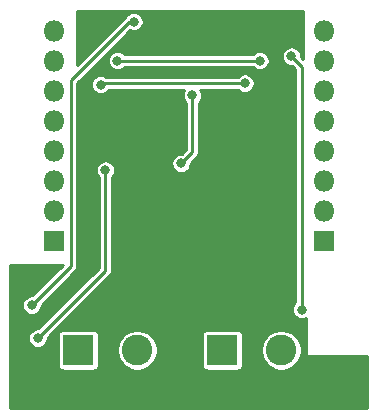
<source format=gbl>
G04 #@! TF.GenerationSoftware,KiCad,Pcbnew,(5.1.9)-1*
G04 #@! TF.CreationDate,2021-07-08T21:32:50+02:00*
G04 #@! TF.ProjectId,OpenThermMonitorTwomes,4f70656e-5468-4657-926d-4d6f6e69746f,rev?*
G04 #@! TF.SameCoordinates,Original*
G04 #@! TF.FileFunction,Copper,L2,Bot*
G04 #@! TF.FilePolarity,Positive*
%FSLAX46Y46*%
G04 Gerber Fmt 4.6, Leading zero omitted, Abs format (unit mm)*
G04 Created by KiCad (PCBNEW (5.1.9)-1) date 2021-07-08 21:32:50*
%MOMM*%
%LPD*%
G01*
G04 APERTURE LIST*
G04 #@! TA.AperFunction,ComponentPad*
%ADD10R,2.600000X2.600000*%
G04 #@! TD*
G04 #@! TA.AperFunction,ComponentPad*
%ADD11C,2.600000*%
G04 #@! TD*
G04 #@! TA.AperFunction,ComponentPad*
%ADD12R,1.800000X1.800000*%
G04 #@! TD*
G04 #@! TA.AperFunction,ComponentPad*
%ADD13O,1.800000X1.800000*%
G04 #@! TD*
G04 #@! TA.AperFunction,ViaPad*
%ADD14C,0.800000*%
G04 #@! TD*
G04 #@! TA.AperFunction,Conductor*
%ADD15C,0.250000*%
G04 #@! TD*
G04 #@! TA.AperFunction,Conductor*
%ADD16C,0.450000*%
G04 #@! TD*
G04 #@! TA.AperFunction,Conductor*
%ADD17C,0.100000*%
G04 #@! TD*
G04 APERTURE END LIST*
D10*
X141732000Y-112776000D03*
D11*
X146732000Y-112776000D03*
X134540000Y-112776000D03*
D10*
X129540000Y-112776000D03*
D12*
X127490000Y-103569000D03*
D13*
X127490000Y-101029000D03*
X127490000Y-98489000D03*
X127490000Y-95949000D03*
X127490000Y-93409000D03*
X127490000Y-90869000D03*
X127490000Y-88329000D03*
X127490000Y-85789000D03*
D12*
X150350000Y-103569000D03*
D13*
X150350000Y-101029000D03*
X150350000Y-98489000D03*
X150350000Y-95949000D03*
X150350000Y-93409000D03*
X150350000Y-90869000D03*
X150350000Y-88329000D03*
X150350000Y-85789000D03*
D14*
X136652000Y-95758000D03*
X136906000Y-101727000D03*
X148463000Y-109347000D03*
X147574000Y-87884000D03*
X125603000Y-108966000D03*
X134239000Y-84963000D03*
X143637000Y-90170000D03*
X131445000Y-90297000D03*
X132842000Y-88265000D03*
X144907000Y-88265006D03*
X139192001Y-91199010D03*
X131826000Y-97536000D03*
X126111000Y-111760000D03*
X138239503Y-96964497D03*
D15*
X136398000Y-101219000D02*
X136906000Y-101727000D01*
X136398000Y-96012000D02*
X136398000Y-101219000D01*
X136652000Y-95758000D02*
X136398000Y-96012000D01*
X148463000Y-88773000D02*
X147574000Y-87884000D01*
X148463000Y-109347000D02*
X148463000Y-88773000D01*
X128765001Y-105803999D02*
X125603000Y-108966000D01*
X128905000Y-105664000D02*
X128765001Y-105803999D01*
X128905000Y-89916000D02*
X128905000Y-105664000D01*
X133858000Y-84963000D02*
X128905000Y-89916000D01*
X134239000Y-84963000D02*
X133858000Y-84963000D01*
X143637000Y-90170000D02*
X131572000Y-90170000D01*
X131572000Y-90170000D02*
X131445000Y-90297000D01*
X144906994Y-88265000D02*
X144907000Y-88265006D01*
X132842000Y-88265000D02*
X144906994Y-88265000D01*
D16*
X139192001Y-91186003D02*
X139192001Y-91186003D01*
X139192001Y-91186003D02*
X139192001Y-91199010D01*
X139191997Y-91185999D02*
X139192001Y-91186003D01*
D15*
X139192001Y-96011997D02*
X139192000Y-96011998D01*
X131826000Y-97536000D02*
X131826000Y-106045000D01*
X131826000Y-106045000D02*
X126111000Y-111760000D01*
X139192001Y-91199010D02*
X139192001Y-96011999D01*
X139192001Y-96011999D02*
X138239503Y-96964497D01*
X148592000Y-88124182D02*
X148399000Y-87931183D01*
X148399000Y-87802745D01*
X148367296Y-87643356D01*
X148305106Y-87493216D01*
X148214819Y-87358093D01*
X148099907Y-87243181D01*
X147964784Y-87152894D01*
X147814644Y-87090704D01*
X147655255Y-87059000D01*
X147492745Y-87059000D01*
X147333356Y-87090704D01*
X147183216Y-87152894D01*
X147048093Y-87243181D01*
X146933181Y-87358093D01*
X146842894Y-87493216D01*
X146780704Y-87643356D01*
X146749000Y-87802745D01*
X146749000Y-87965255D01*
X146780704Y-88124644D01*
X146842894Y-88274784D01*
X146933181Y-88409907D01*
X147048093Y-88524819D01*
X147183216Y-88615106D01*
X147333356Y-88677296D01*
X147492745Y-88709000D01*
X147621183Y-88709000D01*
X147913001Y-89000819D01*
X147913000Y-108730274D01*
X147822181Y-108821093D01*
X147731894Y-108956216D01*
X147669704Y-109106356D01*
X147638000Y-109265745D01*
X147638000Y-109428255D01*
X147669704Y-109587644D01*
X147731894Y-109737784D01*
X147822181Y-109872907D01*
X147937093Y-109987819D01*
X148072216Y-110078106D01*
X148222356Y-110140296D01*
X148381745Y-110172000D01*
X148544255Y-110172000D01*
X148703644Y-110140296D01*
X148846000Y-110081330D01*
X148846000Y-113157000D01*
X148848402Y-113181386D01*
X148855515Y-113204835D01*
X148867066Y-113226446D01*
X148882612Y-113245388D01*
X148901554Y-113260934D01*
X148923165Y-113272485D01*
X148946614Y-113279598D01*
X148971000Y-113282000D01*
X153957001Y-113282000D01*
X153957001Y-117635000D01*
X123792000Y-117635000D01*
X123792000Y-111678745D01*
X125286000Y-111678745D01*
X125286000Y-111841255D01*
X125317704Y-112000644D01*
X125379894Y-112150784D01*
X125470181Y-112285907D01*
X125585093Y-112400819D01*
X125720216Y-112491106D01*
X125870356Y-112553296D01*
X126029745Y-112585000D01*
X126192255Y-112585000D01*
X126351644Y-112553296D01*
X126501784Y-112491106D01*
X126636907Y-112400819D01*
X126751819Y-112285907D01*
X126842106Y-112150784D01*
X126904296Y-112000644D01*
X126936000Y-111841255D01*
X126936000Y-111712817D01*
X127172817Y-111476000D01*
X127812944Y-111476000D01*
X127812944Y-114076000D01*
X127821150Y-114159314D01*
X127845452Y-114239427D01*
X127884916Y-114313260D01*
X127938026Y-114377974D01*
X128002740Y-114431084D01*
X128076573Y-114470548D01*
X128156686Y-114494850D01*
X128240000Y-114503056D01*
X130840000Y-114503056D01*
X130923314Y-114494850D01*
X131003427Y-114470548D01*
X131077260Y-114431084D01*
X131141974Y-114377974D01*
X131195084Y-114313260D01*
X131234548Y-114239427D01*
X131258850Y-114159314D01*
X131267056Y-114076000D01*
X131267056Y-112606102D01*
X132815000Y-112606102D01*
X132815000Y-112945898D01*
X132881290Y-113279164D01*
X133011324Y-113593094D01*
X133200105Y-113875624D01*
X133440376Y-114115895D01*
X133722906Y-114304676D01*
X134036836Y-114434710D01*
X134370102Y-114501000D01*
X134709898Y-114501000D01*
X135043164Y-114434710D01*
X135357094Y-114304676D01*
X135639624Y-114115895D01*
X135879895Y-113875624D01*
X136068676Y-113593094D01*
X136198710Y-113279164D01*
X136265000Y-112945898D01*
X136265000Y-112606102D01*
X136198710Y-112272836D01*
X136068676Y-111958906D01*
X135879895Y-111676376D01*
X135679519Y-111476000D01*
X140004944Y-111476000D01*
X140004944Y-114076000D01*
X140013150Y-114159314D01*
X140037452Y-114239427D01*
X140076916Y-114313260D01*
X140130026Y-114377974D01*
X140194740Y-114431084D01*
X140268573Y-114470548D01*
X140348686Y-114494850D01*
X140432000Y-114503056D01*
X143032000Y-114503056D01*
X143115314Y-114494850D01*
X143195427Y-114470548D01*
X143269260Y-114431084D01*
X143333974Y-114377974D01*
X143387084Y-114313260D01*
X143426548Y-114239427D01*
X143450850Y-114159314D01*
X143459056Y-114076000D01*
X143459056Y-112606102D01*
X145007000Y-112606102D01*
X145007000Y-112945898D01*
X145073290Y-113279164D01*
X145203324Y-113593094D01*
X145392105Y-113875624D01*
X145632376Y-114115895D01*
X145914906Y-114304676D01*
X146228836Y-114434710D01*
X146562102Y-114501000D01*
X146901898Y-114501000D01*
X147235164Y-114434710D01*
X147549094Y-114304676D01*
X147831624Y-114115895D01*
X148071895Y-113875624D01*
X148260676Y-113593094D01*
X148390710Y-113279164D01*
X148457000Y-112945898D01*
X148457000Y-112606102D01*
X148390710Y-112272836D01*
X148260676Y-111958906D01*
X148071895Y-111676376D01*
X147831624Y-111436105D01*
X147549094Y-111247324D01*
X147235164Y-111117290D01*
X146901898Y-111051000D01*
X146562102Y-111051000D01*
X146228836Y-111117290D01*
X145914906Y-111247324D01*
X145632376Y-111436105D01*
X145392105Y-111676376D01*
X145203324Y-111958906D01*
X145073290Y-112272836D01*
X145007000Y-112606102D01*
X143459056Y-112606102D01*
X143459056Y-111476000D01*
X143450850Y-111392686D01*
X143426548Y-111312573D01*
X143387084Y-111238740D01*
X143333974Y-111174026D01*
X143269260Y-111120916D01*
X143195427Y-111081452D01*
X143115314Y-111057150D01*
X143032000Y-111048944D01*
X140432000Y-111048944D01*
X140348686Y-111057150D01*
X140268573Y-111081452D01*
X140194740Y-111120916D01*
X140130026Y-111174026D01*
X140076916Y-111238740D01*
X140037452Y-111312573D01*
X140013150Y-111392686D01*
X140004944Y-111476000D01*
X135679519Y-111476000D01*
X135639624Y-111436105D01*
X135357094Y-111247324D01*
X135043164Y-111117290D01*
X134709898Y-111051000D01*
X134370102Y-111051000D01*
X134036836Y-111117290D01*
X133722906Y-111247324D01*
X133440376Y-111436105D01*
X133200105Y-111676376D01*
X133011324Y-111958906D01*
X132881290Y-112272836D01*
X132815000Y-112606102D01*
X131267056Y-112606102D01*
X131267056Y-111476000D01*
X131258850Y-111392686D01*
X131234548Y-111312573D01*
X131195084Y-111238740D01*
X131141974Y-111174026D01*
X131077260Y-111120916D01*
X131003427Y-111081452D01*
X130923314Y-111057150D01*
X130840000Y-111048944D01*
X128240000Y-111048944D01*
X128156686Y-111057150D01*
X128076573Y-111081452D01*
X128002740Y-111120916D01*
X127938026Y-111174026D01*
X127884916Y-111238740D01*
X127845452Y-111312573D01*
X127821150Y-111392686D01*
X127812944Y-111476000D01*
X127172817Y-111476000D01*
X132195804Y-106453013D01*
X132216790Y-106435790D01*
X132285521Y-106352042D01*
X132336592Y-106256494D01*
X132368042Y-106152819D01*
X132376000Y-106072018D01*
X132376000Y-106072011D01*
X132378660Y-106045000D01*
X132376000Y-106017989D01*
X132376000Y-98152726D01*
X132466819Y-98061907D01*
X132557106Y-97926784D01*
X132619296Y-97776644D01*
X132651000Y-97617255D01*
X132651000Y-97454745D01*
X132619296Y-97295356D01*
X132557106Y-97145216D01*
X132466819Y-97010093D01*
X132351907Y-96895181D01*
X132216784Y-96804894D01*
X132066644Y-96742704D01*
X131907255Y-96711000D01*
X131744745Y-96711000D01*
X131585356Y-96742704D01*
X131435216Y-96804894D01*
X131300093Y-96895181D01*
X131185181Y-97010093D01*
X131094894Y-97145216D01*
X131032704Y-97295356D01*
X131001000Y-97454745D01*
X131001000Y-97617255D01*
X131032704Y-97776644D01*
X131094894Y-97926784D01*
X131185181Y-98061907D01*
X131276000Y-98152726D01*
X131276001Y-105817182D01*
X126158183Y-110935000D01*
X126029745Y-110935000D01*
X125870356Y-110966704D01*
X125720216Y-111028894D01*
X125585093Y-111119181D01*
X125470181Y-111234093D01*
X125379894Y-111369216D01*
X125317704Y-111519356D01*
X125286000Y-111678745D01*
X123792000Y-111678745D01*
X123792000Y-105535000D01*
X128256183Y-105535000D01*
X125650183Y-108141000D01*
X125521745Y-108141000D01*
X125362356Y-108172704D01*
X125212216Y-108234894D01*
X125077093Y-108325181D01*
X124962181Y-108440093D01*
X124871894Y-108575216D01*
X124809704Y-108725356D01*
X124778000Y-108884745D01*
X124778000Y-109047255D01*
X124809704Y-109206644D01*
X124871894Y-109356784D01*
X124962181Y-109491907D01*
X125077093Y-109606819D01*
X125212216Y-109697106D01*
X125362356Y-109759296D01*
X125521745Y-109791000D01*
X125684255Y-109791000D01*
X125843644Y-109759296D01*
X125993784Y-109697106D01*
X126128907Y-109606819D01*
X126243819Y-109491907D01*
X126334106Y-109356784D01*
X126396296Y-109206644D01*
X126428000Y-109047255D01*
X126428000Y-108918817D01*
X129173015Y-106173802D01*
X129274800Y-106072016D01*
X129295790Y-106054790D01*
X129364521Y-105971042D01*
X129415592Y-105875494D01*
X129447042Y-105771819D01*
X129455000Y-105691018D01*
X129455000Y-105691009D01*
X129457660Y-105664001D01*
X129455000Y-105636993D01*
X129455000Y-90215745D01*
X130620000Y-90215745D01*
X130620000Y-90378255D01*
X130651704Y-90537644D01*
X130713894Y-90687784D01*
X130804181Y-90822907D01*
X130919093Y-90937819D01*
X131054216Y-91028106D01*
X131204356Y-91090296D01*
X131363745Y-91122000D01*
X131526255Y-91122000D01*
X131685644Y-91090296D01*
X131835784Y-91028106D01*
X131970907Y-90937819D01*
X132085819Y-90822907D01*
X132154580Y-90720000D01*
X138519846Y-90720000D01*
X138460895Y-90808226D01*
X138398705Y-90958366D01*
X138367001Y-91117755D01*
X138367001Y-91280265D01*
X138398705Y-91439654D01*
X138460895Y-91589794D01*
X138551182Y-91724917D01*
X138642001Y-91815736D01*
X138642002Y-95784181D01*
X138286686Y-96139497D01*
X138158248Y-96139497D01*
X137998859Y-96171201D01*
X137848719Y-96233391D01*
X137713596Y-96323678D01*
X137598684Y-96438590D01*
X137508397Y-96573713D01*
X137446207Y-96723853D01*
X137414503Y-96883242D01*
X137414503Y-97045752D01*
X137446207Y-97205141D01*
X137508397Y-97355281D01*
X137598684Y-97490404D01*
X137713596Y-97605316D01*
X137848719Y-97695603D01*
X137998859Y-97757793D01*
X138158248Y-97789497D01*
X138320758Y-97789497D01*
X138480147Y-97757793D01*
X138630287Y-97695603D01*
X138765410Y-97605316D01*
X138880322Y-97490404D01*
X138970609Y-97355281D01*
X139032799Y-97205141D01*
X139064503Y-97045752D01*
X139064503Y-96917314D01*
X139561806Y-96420011D01*
X139582791Y-96402789D01*
X139651522Y-96319041D01*
X139702593Y-96223493D01*
X139734043Y-96119818D01*
X139742001Y-96039017D01*
X139742001Y-96039010D01*
X139744661Y-96011999D01*
X139742001Y-95984988D01*
X139742001Y-91815736D01*
X139832820Y-91724917D01*
X139923107Y-91589794D01*
X139985297Y-91439654D01*
X140017001Y-91280265D01*
X140017001Y-91117755D01*
X139985297Y-90958366D01*
X139923107Y-90808226D01*
X139864156Y-90720000D01*
X143020274Y-90720000D01*
X143111093Y-90810819D01*
X143246216Y-90901106D01*
X143396356Y-90963296D01*
X143555745Y-90995000D01*
X143718255Y-90995000D01*
X143877644Y-90963296D01*
X144027784Y-90901106D01*
X144162907Y-90810819D01*
X144277819Y-90695907D01*
X144368106Y-90560784D01*
X144430296Y-90410644D01*
X144462000Y-90251255D01*
X144462000Y-90088745D01*
X144430296Y-89929356D01*
X144368106Y-89779216D01*
X144277819Y-89644093D01*
X144162907Y-89529181D01*
X144027784Y-89438894D01*
X143877644Y-89376704D01*
X143718255Y-89345000D01*
X143555745Y-89345000D01*
X143396356Y-89376704D01*
X143246216Y-89438894D01*
X143111093Y-89529181D01*
X143020274Y-89620000D01*
X131916759Y-89620000D01*
X131835784Y-89565894D01*
X131685644Y-89503704D01*
X131526255Y-89472000D01*
X131363745Y-89472000D01*
X131204356Y-89503704D01*
X131054216Y-89565894D01*
X130919093Y-89656181D01*
X130804181Y-89771093D01*
X130713894Y-89906216D01*
X130651704Y-90056356D01*
X130620000Y-90215745D01*
X129455000Y-90215745D01*
X129455000Y-90143817D01*
X131415072Y-88183745D01*
X132017000Y-88183745D01*
X132017000Y-88346255D01*
X132048704Y-88505644D01*
X132110894Y-88655784D01*
X132201181Y-88790907D01*
X132316093Y-88905819D01*
X132451216Y-88996106D01*
X132601356Y-89058296D01*
X132760745Y-89090000D01*
X132923255Y-89090000D01*
X133082644Y-89058296D01*
X133232784Y-88996106D01*
X133367907Y-88905819D01*
X133458726Y-88815000D01*
X144290268Y-88815000D01*
X144381093Y-88905825D01*
X144516216Y-88996112D01*
X144666356Y-89058302D01*
X144825745Y-89090006D01*
X144988255Y-89090006D01*
X145147644Y-89058302D01*
X145297784Y-88996112D01*
X145432907Y-88905825D01*
X145547819Y-88790913D01*
X145638106Y-88655790D01*
X145700296Y-88505650D01*
X145732000Y-88346261D01*
X145732000Y-88183751D01*
X145700296Y-88024362D01*
X145638106Y-87874222D01*
X145547819Y-87739099D01*
X145432907Y-87624187D01*
X145297784Y-87533900D01*
X145147644Y-87471710D01*
X144988255Y-87440006D01*
X144825745Y-87440006D01*
X144666356Y-87471710D01*
X144516216Y-87533900D01*
X144381093Y-87624187D01*
X144290280Y-87715000D01*
X133458726Y-87715000D01*
X133367907Y-87624181D01*
X133232784Y-87533894D01*
X133082644Y-87471704D01*
X132923255Y-87440000D01*
X132760745Y-87440000D01*
X132601356Y-87471704D01*
X132451216Y-87533894D01*
X132316093Y-87624181D01*
X132201181Y-87739093D01*
X132110894Y-87874216D01*
X132048704Y-88024356D01*
X132017000Y-88183745D01*
X131415072Y-88183745D01*
X133888164Y-85710653D01*
X133998356Y-85756296D01*
X134157745Y-85788000D01*
X134320255Y-85788000D01*
X134479644Y-85756296D01*
X134629784Y-85694106D01*
X134764907Y-85603819D01*
X134879819Y-85488907D01*
X134970106Y-85353784D01*
X135032296Y-85203644D01*
X135064000Y-85044255D01*
X135064000Y-84881745D01*
X135032296Y-84722356D01*
X134970106Y-84572216D01*
X134879819Y-84437093D01*
X134764907Y-84322181D01*
X134629784Y-84231894D01*
X134479644Y-84169704D01*
X134320255Y-84138000D01*
X134157745Y-84138000D01*
X133998356Y-84169704D01*
X133848216Y-84231894D01*
X133713093Y-84322181D01*
X133598181Y-84437093D01*
X133555415Y-84501097D01*
X133550958Y-84503479D01*
X133467210Y-84572210D01*
X133449987Y-84593196D01*
X129411000Y-88632183D01*
X129411000Y-84066000D01*
X148592000Y-84066000D01*
X148592000Y-88124182D01*
G04 #@! TA.AperFunction,Conductor*
D17*
G36*
X148592000Y-88124182D02*
G01*
X148399000Y-87931183D01*
X148399000Y-87802745D01*
X148367296Y-87643356D01*
X148305106Y-87493216D01*
X148214819Y-87358093D01*
X148099907Y-87243181D01*
X147964784Y-87152894D01*
X147814644Y-87090704D01*
X147655255Y-87059000D01*
X147492745Y-87059000D01*
X147333356Y-87090704D01*
X147183216Y-87152894D01*
X147048093Y-87243181D01*
X146933181Y-87358093D01*
X146842894Y-87493216D01*
X146780704Y-87643356D01*
X146749000Y-87802745D01*
X146749000Y-87965255D01*
X146780704Y-88124644D01*
X146842894Y-88274784D01*
X146933181Y-88409907D01*
X147048093Y-88524819D01*
X147183216Y-88615106D01*
X147333356Y-88677296D01*
X147492745Y-88709000D01*
X147621183Y-88709000D01*
X147913001Y-89000819D01*
X147913000Y-108730274D01*
X147822181Y-108821093D01*
X147731894Y-108956216D01*
X147669704Y-109106356D01*
X147638000Y-109265745D01*
X147638000Y-109428255D01*
X147669704Y-109587644D01*
X147731894Y-109737784D01*
X147822181Y-109872907D01*
X147937093Y-109987819D01*
X148072216Y-110078106D01*
X148222356Y-110140296D01*
X148381745Y-110172000D01*
X148544255Y-110172000D01*
X148703644Y-110140296D01*
X148846000Y-110081330D01*
X148846000Y-113157000D01*
X148848402Y-113181386D01*
X148855515Y-113204835D01*
X148867066Y-113226446D01*
X148882612Y-113245388D01*
X148901554Y-113260934D01*
X148923165Y-113272485D01*
X148946614Y-113279598D01*
X148971000Y-113282000D01*
X153957001Y-113282000D01*
X153957001Y-117635000D01*
X123792000Y-117635000D01*
X123792000Y-111678745D01*
X125286000Y-111678745D01*
X125286000Y-111841255D01*
X125317704Y-112000644D01*
X125379894Y-112150784D01*
X125470181Y-112285907D01*
X125585093Y-112400819D01*
X125720216Y-112491106D01*
X125870356Y-112553296D01*
X126029745Y-112585000D01*
X126192255Y-112585000D01*
X126351644Y-112553296D01*
X126501784Y-112491106D01*
X126636907Y-112400819D01*
X126751819Y-112285907D01*
X126842106Y-112150784D01*
X126904296Y-112000644D01*
X126936000Y-111841255D01*
X126936000Y-111712817D01*
X127172817Y-111476000D01*
X127812944Y-111476000D01*
X127812944Y-114076000D01*
X127821150Y-114159314D01*
X127845452Y-114239427D01*
X127884916Y-114313260D01*
X127938026Y-114377974D01*
X128002740Y-114431084D01*
X128076573Y-114470548D01*
X128156686Y-114494850D01*
X128240000Y-114503056D01*
X130840000Y-114503056D01*
X130923314Y-114494850D01*
X131003427Y-114470548D01*
X131077260Y-114431084D01*
X131141974Y-114377974D01*
X131195084Y-114313260D01*
X131234548Y-114239427D01*
X131258850Y-114159314D01*
X131267056Y-114076000D01*
X131267056Y-112606102D01*
X132815000Y-112606102D01*
X132815000Y-112945898D01*
X132881290Y-113279164D01*
X133011324Y-113593094D01*
X133200105Y-113875624D01*
X133440376Y-114115895D01*
X133722906Y-114304676D01*
X134036836Y-114434710D01*
X134370102Y-114501000D01*
X134709898Y-114501000D01*
X135043164Y-114434710D01*
X135357094Y-114304676D01*
X135639624Y-114115895D01*
X135879895Y-113875624D01*
X136068676Y-113593094D01*
X136198710Y-113279164D01*
X136265000Y-112945898D01*
X136265000Y-112606102D01*
X136198710Y-112272836D01*
X136068676Y-111958906D01*
X135879895Y-111676376D01*
X135679519Y-111476000D01*
X140004944Y-111476000D01*
X140004944Y-114076000D01*
X140013150Y-114159314D01*
X140037452Y-114239427D01*
X140076916Y-114313260D01*
X140130026Y-114377974D01*
X140194740Y-114431084D01*
X140268573Y-114470548D01*
X140348686Y-114494850D01*
X140432000Y-114503056D01*
X143032000Y-114503056D01*
X143115314Y-114494850D01*
X143195427Y-114470548D01*
X143269260Y-114431084D01*
X143333974Y-114377974D01*
X143387084Y-114313260D01*
X143426548Y-114239427D01*
X143450850Y-114159314D01*
X143459056Y-114076000D01*
X143459056Y-112606102D01*
X145007000Y-112606102D01*
X145007000Y-112945898D01*
X145073290Y-113279164D01*
X145203324Y-113593094D01*
X145392105Y-113875624D01*
X145632376Y-114115895D01*
X145914906Y-114304676D01*
X146228836Y-114434710D01*
X146562102Y-114501000D01*
X146901898Y-114501000D01*
X147235164Y-114434710D01*
X147549094Y-114304676D01*
X147831624Y-114115895D01*
X148071895Y-113875624D01*
X148260676Y-113593094D01*
X148390710Y-113279164D01*
X148457000Y-112945898D01*
X148457000Y-112606102D01*
X148390710Y-112272836D01*
X148260676Y-111958906D01*
X148071895Y-111676376D01*
X147831624Y-111436105D01*
X147549094Y-111247324D01*
X147235164Y-111117290D01*
X146901898Y-111051000D01*
X146562102Y-111051000D01*
X146228836Y-111117290D01*
X145914906Y-111247324D01*
X145632376Y-111436105D01*
X145392105Y-111676376D01*
X145203324Y-111958906D01*
X145073290Y-112272836D01*
X145007000Y-112606102D01*
X143459056Y-112606102D01*
X143459056Y-111476000D01*
X143450850Y-111392686D01*
X143426548Y-111312573D01*
X143387084Y-111238740D01*
X143333974Y-111174026D01*
X143269260Y-111120916D01*
X143195427Y-111081452D01*
X143115314Y-111057150D01*
X143032000Y-111048944D01*
X140432000Y-111048944D01*
X140348686Y-111057150D01*
X140268573Y-111081452D01*
X140194740Y-111120916D01*
X140130026Y-111174026D01*
X140076916Y-111238740D01*
X140037452Y-111312573D01*
X140013150Y-111392686D01*
X140004944Y-111476000D01*
X135679519Y-111476000D01*
X135639624Y-111436105D01*
X135357094Y-111247324D01*
X135043164Y-111117290D01*
X134709898Y-111051000D01*
X134370102Y-111051000D01*
X134036836Y-111117290D01*
X133722906Y-111247324D01*
X133440376Y-111436105D01*
X133200105Y-111676376D01*
X133011324Y-111958906D01*
X132881290Y-112272836D01*
X132815000Y-112606102D01*
X131267056Y-112606102D01*
X131267056Y-111476000D01*
X131258850Y-111392686D01*
X131234548Y-111312573D01*
X131195084Y-111238740D01*
X131141974Y-111174026D01*
X131077260Y-111120916D01*
X131003427Y-111081452D01*
X130923314Y-111057150D01*
X130840000Y-111048944D01*
X128240000Y-111048944D01*
X128156686Y-111057150D01*
X128076573Y-111081452D01*
X128002740Y-111120916D01*
X127938026Y-111174026D01*
X127884916Y-111238740D01*
X127845452Y-111312573D01*
X127821150Y-111392686D01*
X127812944Y-111476000D01*
X127172817Y-111476000D01*
X132195804Y-106453013D01*
X132216790Y-106435790D01*
X132285521Y-106352042D01*
X132336592Y-106256494D01*
X132368042Y-106152819D01*
X132376000Y-106072018D01*
X132376000Y-106072011D01*
X132378660Y-106045000D01*
X132376000Y-106017989D01*
X132376000Y-98152726D01*
X132466819Y-98061907D01*
X132557106Y-97926784D01*
X132619296Y-97776644D01*
X132651000Y-97617255D01*
X132651000Y-97454745D01*
X132619296Y-97295356D01*
X132557106Y-97145216D01*
X132466819Y-97010093D01*
X132351907Y-96895181D01*
X132216784Y-96804894D01*
X132066644Y-96742704D01*
X131907255Y-96711000D01*
X131744745Y-96711000D01*
X131585356Y-96742704D01*
X131435216Y-96804894D01*
X131300093Y-96895181D01*
X131185181Y-97010093D01*
X131094894Y-97145216D01*
X131032704Y-97295356D01*
X131001000Y-97454745D01*
X131001000Y-97617255D01*
X131032704Y-97776644D01*
X131094894Y-97926784D01*
X131185181Y-98061907D01*
X131276000Y-98152726D01*
X131276001Y-105817182D01*
X126158183Y-110935000D01*
X126029745Y-110935000D01*
X125870356Y-110966704D01*
X125720216Y-111028894D01*
X125585093Y-111119181D01*
X125470181Y-111234093D01*
X125379894Y-111369216D01*
X125317704Y-111519356D01*
X125286000Y-111678745D01*
X123792000Y-111678745D01*
X123792000Y-105535000D01*
X128256183Y-105535000D01*
X125650183Y-108141000D01*
X125521745Y-108141000D01*
X125362356Y-108172704D01*
X125212216Y-108234894D01*
X125077093Y-108325181D01*
X124962181Y-108440093D01*
X124871894Y-108575216D01*
X124809704Y-108725356D01*
X124778000Y-108884745D01*
X124778000Y-109047255D01*
X124809704Y-109206644D01*
X124871894Y-109356784D01*
X124962181Y-109491907D01*
X125077093Y-109606819D01*
X125212216Y-109697106D01*
X125362356Y-109759296D01*
X125521745Y-109791000D01*
X125684255Y-109791000D01*
X125843644Y-109759296D01*
X125993784Y-109697106D01*
X126128907Y-109606819D01*
X126243819Y-109491907D01*
X126334106Y-109356784D01*
X126396296Y-109206644D01*
X126428000Y-109047255D01*
X126428000Y-108918817D01*
X129173015Y-106173802D01*
X129274800Y-106072016D01*
X129295790Y-106054790D01*
X129364521Y-105971042D01*
X129415592Y-105875494D01*
X129447042Y-105771819D01*
X129455000Y-105691018D01*
X129455000Y-105691009D01*
X129457660Y-105664001D01*
X129455000Y-105636993D01*
X129455000Y-90215745D01*
X130620000Y-90215745D01*
X130620000Y-90378255D01*
X130651704Y-90537644D01*
X130713894Y-90687784D01*
X130804181Y-90822907D01*
X130919093Y-90937819D01*
X131054216Y-91028106D01*
X131204356Y-91090296D01*
X131363745Y-91122000D01*
X131526255Y-91122000D01*
X131685644Y-91090296D01*
X131835784Y-91028106D01*
X131970907Y-90937819D01*
X132085819Y-90822907D01*
X132154580Y-90720000D01*
X138519846Y-90720000D01*
X138460895Y-90808226D01*
X138398705Y-90958366D01*
X138367001Y-91117755D01*
X138367001Y-91280265D01*
X138398705Y-91439654D01*
X138460895Y-91589794D01*
X138551182Y-91724917D01*
X138642001Y-91815736D01*
X138642002Y-95784181D01*
X138286686Y-96139497D01*
X138158248Y-96139497D01*
X137998859Y-96171201D01*
X137848719Y-96233391D01*
X137713596Y-96323678D01*
X137598684Y-96438590D01*
X137508397Y-96573713D01*
X137446207Y-96723853D01*
X137414503Y-96883242D01*
X137414503Y-97045752D01*
X137446207Y-97205141D01*
X137508397Y-97355281D01*
X137598684Y-97490404D01*
X137713596Y-97605316D01*
X137848719Y-97695603D01*
X137998859Y-97757793D01*
X138158248Y-97789497D01*
X138320758Y-97789497D01*
X138480147Y-97757793D01*
X138630287Y-97695603D01*
X138765410Y-97605316D01*
X138880322Y-97490404D01*
X138970609Y-97355281D01*
X139032799Y-97205141D01*
X139064503Y-97045752D01*
X139064503Y-96917314D01*
X139561806Y-96420011D01*
X139582791Y-96402789D01*
X139651522Y-96319041D01*
X139702593Y-96223493D01*
X139734043Y-96119818D01*
X139742001Y-96039017D01*
X139742001Y-96039010D01*
X139744661Y-96011999D01*
X139742001Y-95984988D01*
X139742001Y-91815736D01*
X139832820Y-91724917D01*
X139923107Y-91589794D01*
X139985297Y-91439654D01*
X140017001Y-91280265D01*
X140017001Y-91117755D01*
X139985297Y-90958366D01*
X139923107Y-90808226D01*
X139864156Y-90720000D01*
X143020274Y-90720000D01*
X143111093Y-90810819D01*
X143246216Y-90901106D01*
X143396356Y-90963296D01*
X143555745Y-90995000D01*
X143718255Y-90995000D01*
X143877644Y-90963296D01*
X144027784Y-90901106D01*
X144162907Y-90810819D01*
X144277819Y-90695907D01*
X144368106Y-90560784D01*
X144430296Y-90410644D01*
X144462000Y-90251255D01*
X144462000Y-90088745D01*
X144430296Y-89929356D01*
X144368106Y-89779216D01*
X144277819Y-89644093D01*
X144162907Y-89529181D01*
X144027784Y-89438894D01*
X143877644Y-89376704D01*
X143718255Y-89345000D01*
X143555745Y-89345000D01*
X143396356Y-89376704D01*
X143246216Y-89438894D01*
X143111093Y-89529181D01*
X143020274Y-89620000D01*
X131916759Y-89620000D01*
X131835784Y-89565894D01*
X131685644Y-89503704D01*
X131526255Y-89472000D01*
X131363745Y-89472000D01*
X131204356Y-89503704D01*
X131054216Y-89565894D01*
X130919093Y-89656181D01*
X130804181Y-89771093D01*
X130713894Y-89906216D01*
X130651704Y-90056356D01*
X130620000Y-90215745D01*
X129455000Y-90215745D01*
X129455000Y-90143817D01*
X131415072Y-88183745D01*
X132017000Y-88183745D01*
X132017000Y-88346255D01*
X132048704Y-88505644D01*
X132110894Y-88655784D01*
X132201181Y-88790907D01*
X132316093Y-88905819D01*
X132451216Y-88996106D01*
X132601356Y-89058296D01*
X132760745Y-89090000D01*
X132923255Y-89090000D01*
X133082644Y-89058296D01*
X133232784Y-88996106D01*
X133367907Y-88905819D01*
X133458726Y-88815000D01*
X144290268Y-88815000D01*
X144381093Y-88905825D01*
X144516216Y-88996112D01*
X144666356Y-89058302D01*
X144825745Y-89090006D01*
X144988255Y-89090006D01*
X145147644Y-89058302D01*
X145297784Y-88996112D01*
X145432907Y-88905825D01*
X145547819Y-88790913D01*
X145638106Y-88655790D01*
X145700296Y-88505650D01*
X145732000Y-88346261D01*
X145732000Y-88183751D01*
X145700296Y-88024362D01*
X145638106Y-87874222D01*
X145547819Y-87739099D01*
X145432907Y-87624187D01*
X145297784Y-87533900D01*
X145147644Y-87471710D01*
X144988255Y-87440006D01*
X144825745Y-87440006D01*
X144666356Y-87471710D01*
X144516216Y-87533900D01*
X144381093Y-87624187D01*
X144290280Y-87715000D01*
X133458726Y-87715000D01*
X133367907Y-87624181D01*
X133232784Y-87533894D01*
X133082644Y-87471704D01*
X132923255Y-87440000D01*
X132760745Y-87440000D01*
X132601356Y-87471704D01*
X132451216Y-87533894D01*
X132316093Y-87624181D01*
X132201181Y-87739093D01*
X132110894Y-87874216D01*
X132048704Y-88024356D01*
X132017000Y-88183745D01*
X131415072Y-88183745D01*
X133888164Y-85710653D01*
X133998356Y-85756296D01*
X134157745Y-85788000D01*
X134320255Y-85788000D01*
X134479644Y-85756296D01*
X134629784Y-85694106D01*
X134764907Y-85603819D01*
X134879819Y-85488907D01*
X134970106Y-85353784D01*
X135032296Y-85203644D01*
X135064000Y-85044255D01*
X135064000Y-84881745D01*
X135032296Y-84722356D01*
X134970106Y-84572216D01*
X134879819Y-84437093D01*
X134764907Y-84322181D01*
X134629784Y-84231894D01*
X134479644Y-84169704D01*
X134320255Y-84138000D01*
X134157745Y-84138000D01*
X133998356Y-84169704D01*
X133848216Y-84231894D01*
X133713093Y-84322181D01*
X133598181Y-84437093D01*
X133555415Y-84501097D01*
X133550958Y-84503479D01*
X133467210Y-84572210D01*
X133449987Y-84593196D01*
X129411000Y-88632183D01*
X129411000Y-84066000D01*
X148592000Y-84066000D01*
X148592000Y-88124182D01*
G37*
G04 #@! TD.AperFunction*
M02*

</source>
